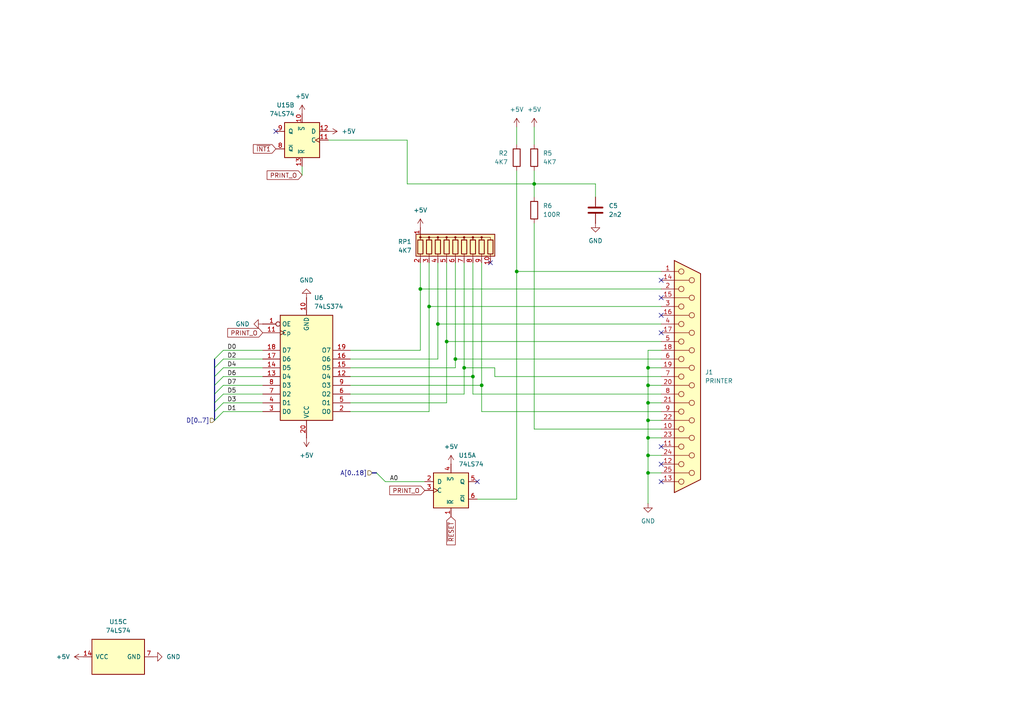
<source format=kicad_sch>
(kicad_sch (version 20231120) (generator "eeschema") (generator_version "8.0")
  (paper "A4")
  (lib_symbols
    (symbol "74xx:74LS374"
      (property "Reference" "U" (at -7.62 16.51 0))
      (property "Value" "74LS374" (at -7.62 -16.51 0))
      (symbol "74LS374_1_0"
        (pin input inverted (at -12.7 -12.7 0) (length 5.08) (name "OE") (number "1"))
        (pin power_in line (at 0 -20.32 90) (length 5.08) (name "GND") (number "10"))
        (pin input clock (at -12.7 -10.16 0) (length 5.08) (name "Cp") (number "11"))
        (pin tri_state line (at 12.7 2.54 180) (length 5.08) (name "O4") (number "12"))
        (pin input line (at -12.7 2.54 0) (length 5.08) (name "D4") (number "13"))
        (pin input line (at -12.7 0 0) (length 5.08) (name "D5") (number "14"))
        (pin tri_state line (at 12.7 0 180) (length 5.08) (name "O5") (number "15"))
        (pin tri_state line (at 12.7 -2.54 180) (length 5.08) (name "O6") (number "16"))
        (pin input line (at -12.7 -2.54 0) (length 5.08) (name "D6") (number "17"))
        (pin input line (at -12.7 -5.08 0) (length 5.08) (name "D7") (number "18"))
        (pin tri_state line (at 12.7 -5.08 180) (length 5.08) (name "O7") (number "19"))
        (pin tri_state line (at 12.7 12.7 180) (length 5.08) (name "O0") (number "2"))
        (pin power_in line (at 0 20.32 270) (length 5.08) (name "VCC") (number "20"))
        (pin input line (at -12.7 12.7 0) (length 5.08) (name "D0") (number "3"))
        (pin input line (at -12.7 10.16 0) (length 5.08) (name "D1") (number "4"))
        (pin tri_state line (at 12.7 10.16 180) (length 5.08) (name "O1") (number "5"))
        (pin tri_state line (at 12.7 7.62 180) (length 5.08) (name "O2") (number "6"))
        (pin input line (at -12.7 7.62 0) (length 5.08) (name "D2") (number "7"))
        (pin input line (at -12.7 5.08 0) (length 5.08) (name "D3") (number "8"))
        (pin tri_state line (at 12.7 5.08 180) (length 5.08) (name "O3") (number "9"))
      )
      (symbol "74LS374_1_1"
        (rectangle (start -7.62 15.24) (end 7.62 -15.24) (stroke (width 0.254)) (fill (type background)))
      )
    )
    (symbol "74xx:74LS74" (pin_names (offset 1.016))
      (property "Reference" "U" (at -7.62 8.89 0))
      (property "Value" "74LS74" (at -7.62 -8.89 0))
      (symbol "74LS74_1_0"
        (pin input line (at 0 -7.62 90) (length 2.54) (name "~{R}") (number "1"))
        (pin input line (at -7.62 2.54 0) (length 2.54) (name "D") (number "2"))
        (pin input clock (at -7.62 0 0) (length 2.54) (name "C") (number "3"))
        (pin input line (at 0 7.62 270) (length 2.54) (name "~{S}") (number "4"))
        (pin output line (at 7.62 2.54 180) (length 2.54) (name "Q") (number "5"))
        (pin output line (at 7.62 -2.54 180) (length 2.54) (name "~{Q}") (number "6"))
      )
      (symbol "74LS74_1_1"
        (rectangle (start -5.08 5.08) (end 5.08 -5.08) (stroke (width 0.254)) (fill (type background)))
      )
      (symbol "74LS74_2_0"
        (pin input line (at 0 7.62 270) (length 2.54) (name "~{S}") (number "10"))
        (pin input clock (at -7.62 0 0) (length 2.54) (name "C") (number "11"))
        (pin input line (at -7.62 2.54 0) (length 2.54) (name "D") (number "12"))
        (pin input line (at 0 -7.62 90) (length 2.54) (name "~{R}") (number "13"))
        (pin output line (at 7.62 -2.54 180) (length 2.54) (name "~{Q}") (number "8"))
        (pin output line (at 7.62 2.54 180) (length 2.54) (name "Q") (number "9"))
      )
      (symbol "74LS74_2_1"
        (rectangle (start -5.08 5.08) (end 5.08 -5.08) (stroke (width 0.254)) (fill (type background)))
      )
      (symbol "74LS74_3_0"
        (pin power_in line (at 0 10.16 270) (length 2.54) (name "VCC") (number "14"))
        (pin power_in line (at 0 -10.16 90) (length 2.54) (name "GND") (number "7"))
      )
      (symbol "74LS74_3_1"
        (rectangle (start -5.08 7.62) (end 5.08 -7.62) (stroke (width 0.254)) (fill (type background)))
      )
    )
    (symbol "Connector:DB25_Receptacle" (pin_names (offset 1.016) hide)
      (property "Reference" "J" (at 0 34.29 0))
      (property "Value" "DB25_Receptacle" (at 0 -34.925 0))
      (symbol "DB25_Receptacle_0_1"
        (circle (center -1.778 -30.48) (radius 0.762))
        (circle (center -1.778 -25.4) (radius 0.762))
        (circle (center -1.778 -20.32) (radius 0.762))
        (circle (center -1.778 -15.24) (radius 0.762))
        (circle (center -1.778 -10.16) (radius 0.762))
        (circle (center -1.778 -5.08) (radius 0.762))
        (circle (center -1.778 0) (radius 0.762))
        (circle (center -1.778 5.08) (radius 0.762))
        (circle (center -1.778 10.16) (radius 0.762))
        (circle (center -1.778 15.24) (radius 0.762))
        (circle (center -1.778 20.32) (radius 0.762))
        (circle (center -1.778 25.4) (radius 0.762))
        (circle (center -1.778 30.48) (radius 0.762))
        (polyline (pts (xy -3.81 -30.48) (xy -2.54 -30.48)))
        (polyline (pts (xy -3.81 -27.94) (xy 0.508 -27.94)))
        (polyline (pts (xy -3.81 -25.4) (xy -2.54 -25.4)))
        (polyline (pts (xy -3.81 -22.86) (xy 0.508 -22.86)))
        (polyline (pts (xy -3.81 -20.32) (xy -2.54 -20.32)))
        (polyline (pts (xy -3.81 -17.78) (xy 0.508 -17.78)))
        (polyline (pts (xy -3.81 -15.24) (xy -2.54 -15.24)))
        (polyline (pts (xy -3.81 -12.7) (xy 0.508 -12.7)))
        (polyline (pts (xy -3.81 -10.16) (xy -2.54 -10.16)))
        (polyline (pts (xy -3.81 -7.62) (xy 0.508 -7.62)))
        (polyline (pts (xy -3.81 -5.08) (xy -2.54 -5.08)))
        (polyline (pts (xy -3.81 -2.54) (xy 0.508 -2.54)))
        (polyline (pts (xy -3.81 0) (xy -2.54 0)))
        (polyline (pts (xy -3.81 2.54) (xy 0.508 2.54)))
        (polyline (pts (xy -3.81 5.08) (xy -2.54 5.08)))
        (polyline (pts (xy -3.81 7.62) (xy 0.508 7.62)))
        (polyline (pts (xy -3.81 10.16) (xy -2.54 10.16)))
        (polyline (pts (xy -3.81 12.7) (xy 0.508 12.7)))
        (polyline (pts (xy -3.81 15.24) (xy -2.54 15.24)))
        (polyline (pts (xy -3.81 17.78) (xy 0.508 17.78)))
        (polyline (pts (xy -3.81 20.32) (xy -2.54 20.32)))
        (polyline (pts (xy -3.81 22.86) (xy 0.508 22.86)))
        (polyline (pts (xy -3.81 25.4) (xy -2.54 25.4)))
        (polyline (pts (xy -3.81 27.94) (xy 0.508 27.94)))
        (polyline (pts (xy -3.81 30.48) (xy -2.54 30.48)))
        (polyline (pts (xy -3.81 33.655) (xy 3.81 29.845) (xy 3.81 -29.845) (xy -3.81 -33.655) (xy -3.81 33.655)) (stroke (width 0.254)) (fill (type background)))
        (circle (center 1.27 -27.94) (radius 0.762))
        (circle (center 1.27 -22.86) (radius 0.762))
        (circle (center 1.27 -17.78) (radius 0.762))
        (circle (center 1.27 -12.7) (radius 0.762))
        (circle (center 1.27 -7.62) (radius 0.762))
        (circle (center 1.27 -2.54) (radius 0.762))
        (circle (center 1.27 2.54) (radius 0.762))
        (circle (center 1.27 7.62) (radius 0.762))
        (circle (center 1.27 12.7) (radius 0.762))
        (circle (center 1.27 17.78) (radius 0.762))
        (circle (center 1.27 22.86) (radius 0.762))
        (circle (center 1.27 27.94) (radius 0.762))
      )
      (symbol "DB25_Receptacle_1_1"
        (pin passive line (at -7.62 30.48 0) (length 3.81) (name "1") (number "1"))
        (pin passive line (at -7.62 -15.24 0) (length 3.81) (name "10") (number "10"))
        (pin passive line (at -7.62 -20.32 0) (length 3.81) (name "11") (number "11"))
        (pin passive line (at -7.62 -25.4 0) (length 3.81) (name "12") (number "12"))
        (pin passive line (at -7.62 -30.48 0) (length 3.81) (name "13") (number "13"))
        (pin passive line (at -7.62 27.94 0) (length 3.81) (name "P14") (number "14"))
        (pin passive line (at -7.62 22.86 0) (length 3.81) (name "P15") (number "15"))
        (pin passive line (at -7.62 17.78 0) (length 3.81) (name "P16") (number "16"))
        (pin passive line (at -7.62 12.7 0) (length 3.81) (name "P17") (number "17"))
        (pin passive line (at -7.62 7.62 0) (length 3.81) (name "P18") (number "18"))
        (pin passive line (at -7.62 2.54 0) (length 3.81) (name "P19") (number "19"))
        (pin passive line (at -7.62 25.4 0) (length 3.81) (name "2") (number "2"))
        (pin passive line (at -7.62 -2.54 0) (length 3.81) (name "P20") (number "20"))
        (pin passive line (at -7.62 -7.62 0) (length 3.81) (name "P21") (number "21"))
        (pin passive line (at -7.62 -12.7 0) (length 3.81) (name "P22") (number "22"))
        (pin passive line (at -7.62 -17.78 0) (length 3.81) (name "P23") (number "23"))
        (pin passive line (at -7.62 -22.86 0) (length 3.81) (name "P24") (number "24"))
        (pin passive line (at -7.62 -27.94 0) (length 3.81) (name "P25") (number "25"))
        (pin passive line (at -7.62 20.32 0) (length 3.81) (name "3") (number "3"))
        (pin passive line (at -7.62 15.24 0) (length 3.81) (name "4") (number "4"))
        (pin passive line (at -7.62 10.16 0) (length 3.81) (name "5") (number "5"))
        (pin passive line (at -7.62 5.08 0) (length 3.81) (name "6") (number "6"))
        (pin passive line (at -7.62 0 0) (length 3.81) (name "7") (number "7"))
        (pin passive line (at -7.62 -5.08 0) (length 3.81) (name "8") (number "8"))
        (pin passive line (at -7.62 -10.16 0) (length 3.81) (name "9") (number "9"))
      )
    )
    (symbol "Device:C" (pin_numbers hide) (pin_names (offset 0.254))
      (property "Reference" "C" (at 0.635 2.54 0))
      (property "Value" "C" (at 0.635 -2.54 0))
      (symbol "C_0_1"
        (polyline (pts (xy -2.032 -0.762) (xy 2.032 -0.762)) (stroke (width 0.508)))
        (polyline (pts (xy -2.032 0.762) (xy 2.032 0.762)) (stroke (width 0.508)))
      )
      (symbol "C_1_1"
        (pin passive line (at 0 3.81 270) (length 2.794) (name "~") (number "1"))
        (pin passive line (at 0 -3.81 90) (length 2.794) (name "~") (number "2"))
      )
    )
    (symbol "Device:R" (pin_numbers hide) (pin_names (offset 0))
      (property "Reference" "R" (at 2.032 0 90))
      (property "Value" "R" (at 0 0 90))
      (symbol "R_0_1"
        (rectangle (start -1.016 -2.54) (end 1.016 2.54) (stroke (width 0.254)))
      )
      (symbol "R_1_1"
        (pin passive line (at 0 3.81 270) (length 1.27) (name "~") (number "1"))
        (pin passive line (at 0 -3.81 90) (length 1.27) (name "~") (number "2"))
      )
    )
    (symbol "Device:R_Network09" (pin_names (offset 0) hide)
      (property "Reference" "RN" (at -12.7 0 90))
      (property "Value" "R_Network09" (at 12.7 0 90))
      (symbol "R_Network09_0_1"
        (rectangle (start -11.43 -3.175) (end 11.43 3.175) (stroke (width 0.254)) (fill (type background)))
        (rectangle (start -10.922 1.524) (end -9.398 -2.54) (stroke (width 0.254)))
        (circle (center -10.16 2.286) (radius 0.254) (fill (type outline)))
        (rectangle (start -8.382 1.524) (end -6.858 -2.54) (stroke (width 0.254)))
        (circle (center -7.62 2.286) (radius 0.254) (fill (type outline)))
        (rectangle (start -5.842 1.524) (end -4.318 -2.54) (stroke (width 0.254)))
        (circle (center -5.08 2.286) (radius 0.254) (fill (type outline)))
        (rectangle (start -3.302 1.524) (end -1.778 -2.54) (stroke (width 0.254)))
        (circle (center -2.54 2.286) (radius 0.254) (fill (type outline)))
        (rectangle (start -0.762 1.524) (end 0.762 -2.54) (stroke (width 0.254)))
        (polyline (pts (xy -10.16 -2.54) (xy -10.16 -3.81)))
        (polyline (pts (xy -7.62 -2.54) (xy -7.62 -3.81)))
        (polyline (pts (xy -5.08 -2.54) (xy -5.08 -3.81)))
        (polyline (pts (xy -2.54 -2.54) (xy -2.54 -3.81)))
        (polyline (pts (xy 0 -2.54) (xy 0 -3.81)))
        (polyline (pts (xy 2.54 -2.54) (xy 2.54 -3.81)))
        (polyline (pts (xy 5.08 -2.54) (xy 5.08 -3.81)))
        (polyline (pts (xy 7.62 -2.54) (xy 7.62 -3.81)))
        (polyline (pts (xy 10.16 -2.54) (xy 10.16 -3.81)))
        (polyline (pts (xy -10.16 1.524) (xy -10.16 2.286) (xy -7.62 2.286) (xy -7.62 1.524)))
        (polyline (pts (xy -7.62 1.524) (xy -7.62 2.286) (xy -5.08 2.286) (xy -5.08 1.524)))
        (polyline (pts (xy -5.08 1.524) (xy -5.08 2.286) (xy -2.54 2.286) (xy -2.54 1.524)))
        (polyline (pts (xy -2.54 1.524) (xy -2.54 2.286) (xy 0 2.286) (xy 0 1.524)))
        (polyline (pts (xy 0 1.524) (xy 0 2.286) (xy 2.54 2.286) (xy 2.54 1.524)))
        (polyline (pts (xy 2.54 1.524) (xy 2.54 2.286) (xy 5.08 2.286) (xy 5.08 1.524)))
        (polyline (pts (xy 5.08 1.524) (xy 5.08 2.286) (xy 7.62 2.286) (xy 7.62 1.524)))
        (polyline (pts (xy 7.62 1.524) (xy 7.62 2.286) (xy 10.16 2.286) (xy 10.16 1.524)))
        (circle (center 0 2.286) (radius 0.254) (fill (type outline)))
        (rectangle (start 1.778 1.524) (end 3.302 -2.54) (stroke (width 0.254)))
        (circle (center 2.54 2.286) (radius 0.254) (fill (type outline)))
        (rectangle (start 4.318 1.524) (end 5.842 -2.54) (stroke (width 0.254)))
        (circle (center 5.08 2.286) (radius 0.254) (fill (type outline)))
        (rectangle (start 6.858 1.524) (end 8.382 -2.54) (stroke (width 0.254)))
        (circle (center 7.62 2.286) (radius 0.254) (fill (type outline)))
        (rectangle (start 9.398 1.524) (end 10.922 -2.54) (stroke (width 0.254)))
      )
      (symbol "R_Network09_1_1"
        (pin passive line (at -10.16 5.08 270) (length 2.54) (name "common") (number "1"))
        (pin passive line (at 10.16 -5.08 90) (length 1.27) (name "R9") (number "10"))
        (pin passive line (at -10.16 -5.08 90) (length 1.27) (name "R1") (number "2"))
        (pin passive line (at -7.62 -5.08 90) (length 1.27) (name "R2") (number "3"))
        (pin passive line (at -5.08 -5.08 90) (length 1.27) (name "R3") (number "4"))
        (pin passive line (at -2.54 -5.08 90) (length 1.27) (name "R4") (number "5"))
        (pin passive line (at 0 -5.08 90) (length 1.27) (name "R5") (number "6"))
        (pin passive line (at 2.54 -5.08 90) (length 1.27) (name "R6") (number "7"))
        (pin passive line (at 5.08 -5.08 90) (length 1.27) (name "R7") (number "8"))
        (pin passive line (at 7.62 -5.08 90) (length 1.27) (name "R8") (number "9"))
      )
    )
    (symbol "power:+5V" (power) (pin_numbers hide) (pin_names (offset 0) hide)
      (property "Value" "+5V" (at 0 3.556 0))
      (symbol "+5V_0_1"
        (polyline (pts (xy -0.762 1.27) (xy 0 2.54)))
        (polyline (pts (xy 0 0) (xy 0 2.54)))
        (polyline (pts (xy 0 2.54) (xy 0.762 1.27)))
      )
      (symbol "+5V_1_1"
        (pin power_in line (at 0 0 90) (length 0) (name "~") (number "1"))
      )
    )
    (symbol "power:GND" (power) (pin_numbers hide) (pin_names (offset 0) hide)
      (property "Value" "GND" (at 0 -3.81 0))
      (symbol "GND_0_1"
        (polyline (pts (xy 0 0) (xy 0 -1.27) (xy 1.27 -1.27) (xy 0 -2.54) (xy -1.27 -1.27) (xy 0 -1.27)))
      )
      (symbol "GND_1_1"
        (pin power_in line (at 0 0 270) (length 0) (name "~") (number "1"))
      )
    )
  )
  (junction (at 149.86 78.74))
  (junction (at 129.54 99.06))
  (junction (at 154.94 53.34))
  (junction (at 187.96 106.68))
  (junction (at 187.96 116.84))
  (junction (at 139.7 111.76))
  (junction (at 187.96 111.76))
  (junction (at 187.96 121.92))
  (junction (at 187.96 132.08))
  (junction (at 132.08 104.14))
  (junction (at 187.96 127))
  (junction (at 127 93.98))
  (junction (at 187.96 137.16))
  (junction (at 121.92 83.82))
  (junction (at 124.46 88.9))
  (junction (at 134.62 106.68))
  (junction (at 137.16 109.22))
  (no_connect (at 191.77 96.52))
  (no_connect (at 191.77 86.36))
  (no_connect (at 80.01 38.1))
  (no_connect (at 191.77 134.62))
  (no_connect (at 191.77 91.44))
  (no_connect (at 191.77 129.54))
  (no_connect (at 142.24 76.2))
  (no_connect (at 191.77 139.7))
  (no_connect (at 191.77 81.28))
  (no_connect (at 138.43 139.7))
  (bus_entry (at 109.22 137.16) (size 2.54 2.54))
  (bus_entry (at 64.77 106.68) (size -2.54 2.54))
  (bus_entry (at 64.77 119.38) (size -2.54 2.54))
  (bus_entry (at 64.77 101.6) (size -2.54 2.54))
  (bus_entry (at 64.77 114.3) (size -2.54 2.54))
  (bus_entry (at 64.77 116.84) (size -2.54 2.54))
  (bus_entry (at 64.77 111.76) (size -2.54 2.54))
  (bus_entry (at 64.77 104.14) (size -2.54 2.54))
  (bus_entry (at 64.77 109.22) (size -2.54 2.54))
  (wire (pts (xy 187.96 111.76) (xy 187.96 116.84)))
  (wire (pts (xy 118.11 53.34) (xy 118.11 40.64)))
  (wire (pts (xy 129.54 99.06) (xy 129.54 76.2)))
  (wire (pts (xy 149.86 78.74) (xy 191.77 78.74)))
  (wire (pts (xy 101.6 119.38) (xy 124.46 119.38)))
  (wire (pts (xy 111.76 139.7) (xy 123.19 139.7)))
  (wire (pts (xy 76.2 111.76) (xy 64.77 111.76)))
  (wire (pts (xy 154.94 53.34) (xy 118.11 53.34)))
  (bus (pts (xy 62.23 114.3) (xy 62.23 111.76)))
  (wire (pts (xy 134.62 106.68) (xy 134.62 76.2)))
  (wire (pts (xy 101.6 109.22) (xy 137.16 109.22)))
  (wire (pts (xy 76.2 119.38) (xy 64.77 119.38)))
  (bus (pts (xy 62.23 111.76) (xy 62.23 109.22)))
  (wire (pts (xy 129.54 116.84) (xy 129.54 99.06)))
  (wire (pts (xy 149.86 49.53) (xy 149.86 78.74)))
  (wire (pts (xy 76.2 114.3) (xy 64.77 114.3)))
  (bus (pts (xy 62.23 116.84) (xy 62.23 114.3)))
  (wire (pts (xy 101.6 101.6) (xy 121.92 101.6)))
  (wire (pts (xy 101.6 106.68) (xy 132.08 106.68)))
  (wire (pts (xy 187.96 121.92) (xy 187.96 127)))
  (wire (pts (xy 187.96 127) (xy 191.77 127)))
  (wire (pts (xy 187.96 121.92) (xy 191.77 121.92)))
  (wire (pts (xy 139.7 111.76) (xy 139.7 76.2)))
  (wire (pts (xy 137.16 114.3) (xy 137.16 109.22)))
  (wire (pts (xy 124.46 119.38) (xy 124.46 88.9)))
  (wire (pts (xy 121.92 76.2) (xy 121.92 83.82)))
  (wire (pts (xy 187.96 106.68) (xy 187.96 111.76)))
  (bus (pts (xy 62.23 109.22) (xy 62.23 106.68)))
  (wire (pts (xy 172.72 53.34) (xy 154.94 53.34)))
  (wire (pts (xy 187.96 101.6) (xy 187.96 106.68)))
  (bus (pts (xy 107.95 137.16) (xy 109.22 137.16)))
  (wire (pts (xy 76.2 106.68) (xy 64.77 106.68)))
  (wire (pts (xy 154.94 49.53) (xy 154.94 53.34)))
  (wire (pts (xy 134.62 114.3) (xy 134.62 106.68)))
  (wire (pts (xy 121.92 83.82) (xy 191.77 83.82)))
  (wire (pts (xy 138.43 144.78) (xy 149.86 144.78)))
  (wire (pts (xy 101.6 111.76) (xy 139.7 111.76)))
  (wire (pts (xy 187.96 106.68) (xy 191.77 106.68)))
  (wire (pts (xy 149.86 36.83) (xy 149.86 41.91)))
  (wire (pts (xy 127 93.98) (xy 191.77 93.98)))
  (wire (pts (xy 191.77 109.22) (xy 143.51 109.22)))
  (wire (pts (xy 127 104.14) (xy 127 93.98)))
  (wire (pts (xy 87.63 50.8) (xy 87.63 48.26)))
  (wire (pts (xy 76.2 109.22) (xy 64.77 109.22)))
  (wire (pts (xy 129.54 99.06) (xy 191.77 99.06)))
  (wire (pts (xy 187.96 116.84) (xy 187.96 121.92)))
  (wire (pts (xy 124.46 88.9) (xy 191.77 88.9)))
  (wire (pts (xy 154.94 124.46) (xy 154.94 64.77)))
  (wire (pts (xy 191.77 124.46) (xy 154.94 124.46)))
  (bus (pts (xy 62.23 121.92) (xy 62.23 119.38)))
  (wire (pts (xy 187.96 111.76) (xy 191.77 111.76)))
  (wire (pts (xy 101.6 114.3) (xy 134.62 114.3)))
  (wire (pts (xy 76.2 116.84) (xy 64.77 116.84)))
  (bus (pts (xy 62.23 119.38) (xy 62.23 116.84)))
  (wire (pts (xy 127 93.98) (xy 127 76.2)))
  (wire (pts (xy 191.77 114.3) (xy 137.16 114.3)))
  (wire (pts (xy 64.77 101.6) (xy 76.2 101.6)))
  (wire (pts (xy 121.92 101.6) (xy 121.92 83.82)))
  (wire (pts (xy 154.94 53.34) (xy 154.94 57.15)))
  (wire (pts (xy 172.72 57.15) (xy 172.72 53.34)))
  (wire (pts (xy 132.08 106.68) (xy 132.08 104.14)))
  (wire (pts (xy 132.08 104.14) (xy 132.08 76.2)))
  (wire (pts (xy 187.96 137.16) (xy 187.96 146.05)))
  (wire (pts (xy 143.51 109.22) (xy 143.51 106.68)))
  (wire (pts (xy 187.96 127) (xy 187.96 132.08)))
  (wire (pts (xy 187.96 116.84) (xy 191.77 116.84)))
  (wire (pts (xy 101.6 116.84) (xy 129.54 116.84)))
  (wire (pts (xy 76.2 104.14) (xy 64.77 104.14)))
  (wire (pts (xy 187.96 132.08) (xy 191.77 132.08)))
  (wire (pts (xy 139.7 119.38) (xy 139.7 111.76)))
  (wire (pts (xy 191.77 101.6) (xy 187.96 101.6)))
  (wire (pts (xy 132.08 104.14) (xy 191.77 104.14)))
  (wire (pts (xy 154.94 36.83) (xy 154.94 41.91)))
  (wire (pts (xy 118.11 40.64) (xy 95.25 40.64)))
  (wire (pts (xy 149.86 144.78) (xy 149.86 78.74)))
  (wire (pts (xy 124.46 88.9) (xy 124.46 76.2)))
  (wire (pts (xy 101.6 104.14) (xy 127 104.14)))
  (bus (pts (xy 62.23 106.68) (xy 62.23 104.14)))
  (wire (pts (xy 191.77 119.38) (xy 139.7 119.38)))
  (wire (pts (xy 187.96 137.16) (xy 191.77 137.16)))
  (wire (pts (xy 187.96 132.08) (xy 187.96 137.16)))
  (wire (pts (xy 137.16 109.22) (xy 137.16 76.2)))
  (wire (pts (xy 143.51 106.68) (xy 134.62 106.68)))
  (label "D7" (at 68.58 111.76 180))
  (label "D1" (at 68.58 119.38 180))
  (label "D3" (at 68.58 116.84 180))
  (label "D4" (at 68.58 106.68 180))
  (label "D5" (at 68.58 114.3 180))
  (label "D2" (at 68.58 104.14 180))
  (label "A0" (at 113.03 139.7 0))
  (label "D0" (at 68.58 101.6 180))
  (label "D6" (at 68.58 109.22 180))
  (global_label "~{INT1}" (shape input) (at 80.01 43.18 180) (property "Intersheetrefs" "${INTERSHEET_REFS}" (effects (hide yes))))
  (global_label "PRINT_O" (shape input) (at 87.63 50.8 180) (property "Intersheetrefs" "${INTERSHEET_REFS}" (effects (hide yes))))
  (global_label "PRINT_O" (shape input) (at 76.2 96.52 180) (property "Intersheetrefs" "${INTERSHEET_REFS}" (effects (hide yes))))
  (global_label "~{RESET}" (shape input) (at 130.81 149.86 270) (property "Intersheetrefs" "${INTERSHEET_REFS}" (effects (hide yes))))
  (global_label "PRINT_O" (shape input) (at 123.19 142.24 180) (property "Intersheetrefs" "${INTERSHEET_REFS}" (effects (hide yes))))
  (hierarchical_label "A[0..18]" (shape input) (at 107.95 137.16 180))
  (hierarchical_label "D[0..7]" (shape input) (at 62.23 121.92 180))
  (symbol (lib_id "power:+5V") (at 95.25 38.1 270) (unit 1)
    (property "Reference" "#PWR0150" (effects (hide yes)))
    (property "Value" "+5V" (at 99.06 38.0999 90) (effects (justify left)))
    (property "Description" "Power symbol creates a global label with name \"+5V\"" (effects (hide yes)))
  )
  (symbol (lib_id "power:+5V") (at 87.63 33.02 0) (unit 1)
    (property "Reference" "#PWR0149" (effects (hide yes)))
    (property "Value" "+5V" (at 87.63 27.94 0))
    (property "Description" "Power symbol creates a global label with name \"+5V\"" (effects (hide yes)))
  )
  (symbol (lib_id "power:+5V") (at 121.92 66.04 0) (unit 1)
    (property "Reference" "#PWR0153" (effects (hide yes)))
    (property "Value" "+5V" (at 121.92 60.96 0))
    (property "Description" "Power symbol creates a global label with name \"+5V\"" (effects (hide yes)))
  )
  (symbol (lib_id "Device:C") (at 172.72 60.96 0) (unit 1)
    (property "Reference" "C5" (at 176.53 59.6899 0) (effects (justify left)))
    (property "Value" "2n2" (at 176.53 62.2299 0) (effects (justify left)))
    (property "Footprint" "011TIM:Ceramic Cap 5.08mm" (effects (hide yes)))
    (property "Description" "Unpolarized capacitor" (effects (hide yes)))
  )
  (symbol (lib_id "Device:R") (at 154.94 60.96 0) (unit 1)
    (property "Reference" "R6" (at 157.48 59.6899 0) (effects (justify left)))
    (property "Value" "100R" (at 157.48 62.2299 0) (effects (justify left)))
    (property "Footprint" "011TIM:Resistor 12.7mm" (effects (hide yes)))
    (property "Description" "Resistor" (effects (hide yes)))
  )
  (symbol (lib_id "power:+5V") (at 149.86 36.83 0) (mirror y) (unit 1)
    (property "Reference" "#PWR0159" (effects (hide yes)))
    (property "Value" "+5V" (at 149.86 31.75 0))
    (property "Description" "Power symbol creates a global label with name \"+5V\"" (effects (hide yes)))
  )
  (symbol (lib_id "Device:R") (at 149.86 45.72 0) (mirror y) (unit 1)
    (property "Reference" "R2" (at 147.32 44.4499 0) (effects (justify left)))
    (property "Value" "4K7" (at 147.32 46.9899 0) (effects (justify left)))
    (property "Footprint" "011TIM:Resistor 12.7mm" (effects (hide yes)))
    (property "Description" "Resistor" (effects (hide yes)))
  )
  (symbol (lib_id "power:+5V") (at 24.13 190.5 90) (unit 1)
    (property "Reference" "#PWR0147" (effects (hide yes)))
    (property "Value" "+5V" (at 20.32 190.4999 90) (effects (justify left)))
    (property "Description" "Power symbol creates a global label with name \"+5V\"" (effects (hide yes)))
  )
  (symbol (lib_id "power:+5V") (at 154.94 36.83 0) (unit 1)
    (property "Reference" "#PWR0151" (effects (hide yes)))
    (property "Value" "+5V" (at 154.94 31.75 0))
    (property "Description" "Power symbol creates a global label with name \"+5V\"" (effects (hide yes)))
  )
  (symbol (lib_id "power:GND") (at 88.9 86.36 180) (unit 1)
    (property "Reference" "#PWR0154" (effects (hide yes)))
    (property "Value" "GND" (at 88.9 81.28 0))
    (property "Description" "Power symbol creates a global label with name \"GND\" , ground" (effects (hide yes)))
  )
  (symbol (lib_id "power:GND") (at 187.96 146.05 0) (unit 1)
    (property "Reference" "#PWR0156" (effects (hide yes)))
    (property "Value" "GND" (at 187.96 151.13 0))
    (property "Description" "Power symbol creates a global label with name \"GND\" , ground" (effects (hide yes)))
  )
  (symbol (lib_id "74xx:74LS74") (at 87.63 40.64 0) (mirror y) (unit 2)
    (property "Reference" "U15" (at 85.4359 30.48 0) (effects (justify left)))
    (property "Value" "74LS74" (at 85.4359 33.02 0) (effects (justify left)))
    (property "Footprint" "011TIM:DIP-14_W7.62mm" (effects (hide yes)))
    (property "Datasheet" "74xx/74hc_hct74.pdf" (effects (hide yes)))
    (property "Description" "Dual D Flip-flop, Set & Reset" (effects (hide yes)))
  )
  (symbol (lib_id "power:GND") (at 76.2 93.98 270) (unit 1)
    (property "Reference" "#PWR0157" (effects (hide yes)))
    (property "Value" "GND" (at 72.39 93.9799 90) (effects (justify right)))
    (property "Description" "Power symbol creates a global label with name \"GND\" , ground" (effects (hide yes)))
  )
  (symbol (lib_id "power:GND") (at 172.72 64.77 0) (unit 1)
    (property "Reference" "#PWR0152" (effects (hide yes)))
    (property "Value" "GND" (at 172.72 69.85 0))
    (property "Description" "Power symbol creates a global label with name \"GND\" , ground" (effects (hide yes)))
  )
  (symbol (lib_id "Device:R_Network09") (at 132.08 71.12 0) (unit 1)
    (property "Reference" "RP1" (at 119.38 70.1039 0) (effects (justify right)))
    (property "Value" "4K7" (at 119.38 72.6439 0) (effects (justify right)))
    (property "Footprint" "011TIM:R_Array_SIP10" (effects (hide yes)))
    (property "Datasheet" "http://www.vishay.com/docs/31509/csc.pdf" (effects (hide yes)))
    (property "Description" "9 resistor network, star topology, bussed resistors, small symbol" (effects (hide yes)))
  )
  (symbol (lib_id "Device:R") (at 154.94 45.72 0) (unit 1)
    (property "Reference" "R5" (at 157.48 44.4499 0) (effects (justify left)))
    (property "Value" "4K7" (at 157.48 46.9899 0) (effects (justify left)))
    (property "Footprint" "011TIM:Resistor 12.7mm" (effects (hide yes)))
    (property "Description" "Resistor" (effects (hide yes)))
  )
  (symbol (lib_id "74xx:74LS374") (at 88.9 106.68 0) (mirror x) (unit 1)
    (property "Reference" "U6" (at 91.0941 86.36 0) (effects (justify left)))
    (property "Value" "74LS374" (at 91.0941 88.9 0) (effects (justify left)))
    (property "Footprint" "011TIM:DIP-20_W7.62mm" (effects (hide yes)))
    (property "Datasheet" "http://www.ti.com/lit/gpn/sn74LS374" (effects (hide yes)))
    (property "Description" "8-bit Register, 3-state outputs" (effects (hide yes)))
  )
  (symbol (lib_id "74xx:74LS74") (at 34.29 190.5 90) (unit 3)
    (property "Reference" "U15" (at 34.29 180.34 90))
    (property "Value" "74LS74" (at 34.29 182.88 90))
    (property "Footprint" "011TIM:DIP-14_W7.62mm" (effects (hide yes)))
    (property "Datasheet" "74xx/74hc_hct74.pdf" (effects (hide yes)))
    (property "Description" "Dual D Flip-flop, Set & Reset" (effects (hide yes)))
  )
  (symbol (lib_id "power:GND") (at 44.45 190.5 90) (unit 1)
    (property "Reference" "#PWR0148" (effects (hide yes)))
    (property "Value" "GND" (at 48.26 190.4999 90) (effects (justify right)))
    (property "Description" "Power symbol creates a global label with name \"GND\" , ground" (effects (hide yes)))
  )
  (symbol (lib_id "74xx:74LS74") (at 130.81 142.24 0) (unit 1)
    (property "Reference" "U15" (at 133.0041 132.08 0) (effects (justify left)))
    (property "Value" "74LS74" (at 133.0041 134.62 0) (effects (justify left)))
    (property "Footprint" "011TIM:DIP-14_W7.62mm" (effects (hide yes)))
    (property "Datasheet" "74xx/74hc_hct74.pdf" (effects (hide yes)))
    (property "Description" "Dual D Flip-flop, Set & Reset" (effects (hide yes)))
  )
  (symbol (lib_id "power:+5V") (at 130.81 134.62 0) (unit 1)
    (property "Reference" "#PWR0158" (effects (hide yes)))
    (property "Value" "+5V" (at 130.81 129.54 0))
    (property "Description" "Power symbol creates a global label with name \"+5V\"" (effects (hide yes)))
  )
  (symbol (lib_id "power:+5V") (at 88.9 127 180) (unit 1)
    (property "Reference" "#PWR0155" (effects (hide yes)))
    (property "Value" "+5V" (at 88.9 132.08 0))
    (property "Description" "Power symbol creates a global label with name \"+5V\"" (effects (hide yes)))
  )
  (symbol (lib_id "Connector:DB25_Receptacle") (at 199.39 109.22 0) (unit 1)
    (property "Reference" "J1" (at 204.47 107.9499 0) (effects (justify left)))
    (property "Value" "PRINTER" (at 204.47 110.4899 0) (effects (justify left)))
    (property "Footprint" "011TIM:PRINTER" (effects (hide yes)))
    (property "Description" "25-pin female receptacle socket D-SUB connector" (effects (hide yes)))
  )
)
</source>
